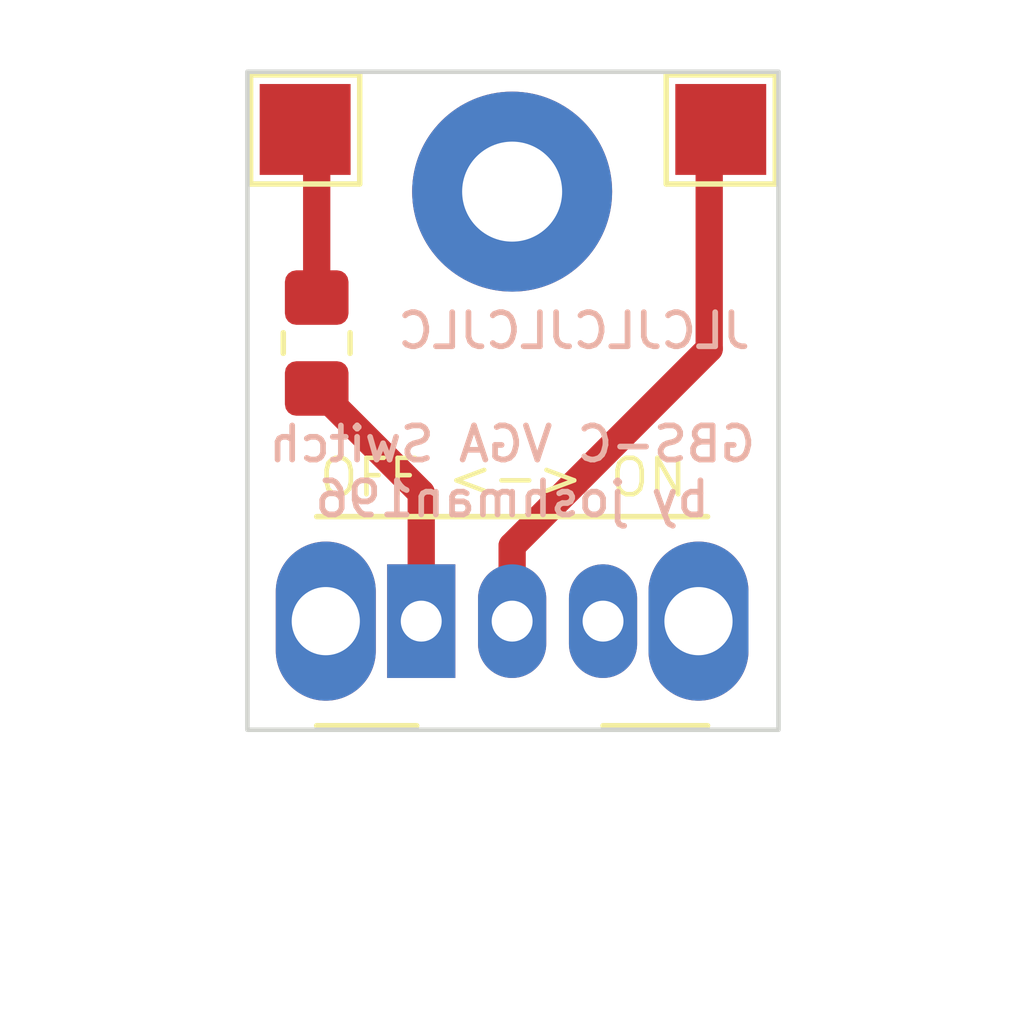
<source format=kicad_pcb>
(kicad_pcb (version 20241229) (generator "pcbnew") (generator_version "9.0")
  (layers (0 "F.Cu" signal) (2 "B.Cu" signal) (13 "F.Paste" user) (15 "B.Paste" user) (5 "F.SilkS" user "F.Silkscreen") (7 "B.SilkS" user "B.Silkscreen") (1 "F.Mask" user) (3 "B.Mask" user) (25 "Edge.Cuts" user))
  (net 0 "")
  (net 1 "Net-(J1-Pin_1)")
  (net 2 "Net-(J2-Pin_1)")
  (net 3 "Net-(SW1-A)")
  (footprint "Button_Switch_THT:SW_Slide_SPDT_Angled_CK_OS102011MA1Q" (layer "F.Cu") (at 135.65 101.75)
    (property "Reference" "SW1" (hide yes))
    (property "Value" "SW_SPDT")
    (fp_line (start -2.3 -2.3) (end 6.3 -2.3) (stroke (width 0.12)) (layer "F.SilkS"))
    (fp_line (start -2.3 2.3) (end -0.1 2.3) (stroke (width 0.12)) (layer "F.SilkS"))
    (fp_line (start 4 2.3) (end 6.3 2.3) (stroke (width 0.12)) (layer "F.SilkS"))
    (pad "" thru_hole oval (at -2.1 0) (size 2.2 3.5) (drill 1.5) (layers "*.Cu" "*.Mask"))
    (pad "" thru_hole oval (at 6.1 0) (size 2.2 3.5) (drill 1.5) (layers "*.Cu" "*.Mask"))
    (pad "1" thru_hole rect (at 0 0) (size 1.5 2.5) (drill 0.9) (layers "*.Cu" "*.Mask") (net 3 "Net-(SW1-A)"))
    (pad "2" thru_hole oval (at 2 0) (size 1.5 2.5) (drill 0.9) (layers "*.Cu" "*.Mask") (net 1 "Net-(J1-Pin_1)"))
    (pad "3" thru_hole oval (at 4 0) (size 1.5 2.5) (drill 0.9) (layers "*.Cu" "*.Mask"))
  )
  (footprint "TestPoint:TestPoint_Pad_2.0x2.0mm" (layer "F.Cu") (at 142.24 90.932)
    (property "Reference" "J1" (hide yes))
    (property "Value" "2")
    (fp_line (start -1.2 -1.2) (end 1.2 -1.2) (stroke (width 0.12)) (layer "F.SilkS"))
    (fp_line (start -1.2 1.2) (end -1.2 -1.2) (stroke (width 0.12)) (layer "F.SilkS"))
    (fp_line (start 1.2 -1.2) (end 1.2 1.2) (stroke (width 0.12)) (layer "F.SilkS"))
    (fp_line (start 1.2 1.2) (end -1.2 1.2) (stroke (width 0.12)) (layer "F.SilkS"))
    (pad "1" smd rect (at 0 0) (size 2 2) (layers "F.Cu" "F.Mask") (net 1 "Net-(J1-Pin_1)"))
  )
  (footprint "TestPoint:TestPoint_Pad_2.0x2.0mm" (layer "F.Cu") (at 133.096 90.932)
    (property "Reference" "J2" (hide yes))
    (property "Value" "1")
    (fp_line (start -1.2 -1.2) (end 1.2 -1.2) (stroke (width 0.12)) (layer "F.SilkS"))
    (fp_line (start -1.2 1.2) (end -1.2 -1.2) (stroke (width 0.12)) (layer "F.SilkS"))
    (fp_line (start 1.2 -1.2) (end 1.2 1.2) (stroke (width 0.12)) (layer "F.SilkS"))
    (fp_line (start 1.2 1.2) (end -1.2 1.2) (stroke (width 0.12)) (layer "F.SilkS"))
    (pad "1" smd rect (at 0 0) (size 2 2) (layers "F.Cu" "F.Mask") (net 2 "Net-(J2-Pin_1)"))
  )
  (footprint "Resistor_SMD:R_0805_2012Metric_Pad1.20x1.40mm_HandSolder" (layer "F.Cu") (at 133.35 95.631 -90)
    (property "Reference" "R1" (hide yes))
    (property "Value" "100R")
    (fp_line (start -0.227064 0.735) (end 0.227064 0.735) (stroke (width 0.12)) (layer "F.SilkS"))
    (fp_line (start -0.227064 -0.735) (end 0.227064 -0.735) (stroke (width 0.12)) (layer "F.SilkS"))
    (pad "1" smd roundrect (at -1 0 270) (size 1.2 1.4) (layers "F.Cu" "F.Mask" "F.Paste") (roundrect_rratio 0.2083333333) (net 2 "Net-(J2-Pin_1)"))
    (pad "2" smd roundrect (at 1 0 270) (size 1.2 1.4) (layers "F.Cu" "F.Mask" "F.Paste") (roundrect_rratio 0.2083333333) (net 3 "Net-(SW1-A)"))
  )
  (footprint "MountingHole:MountingHole_2.2mm_M2_Pad" (layer "F.Cu") (at 137.65 92.3)
    (property "Reference" "REF**" (hide yes))
    (property "Value" "MountingHole_2.2mm_M2_Pad")
    (pad "1" thru_hole circle (at 0 0) (size 4.4 4.4) (drill 2.2) (layers "*.Cu" "*.Mask"))
  )
  (gr_rect (start 131.826 89.662) (end 143.51 104.14) (stroke (width 0.1)) (fill no) (layer "Edge.Cuts"))
  (gr_text "OFF <-> ON" (at 133.35 99.06 0) (layer "F.SilkS") (effects (font (size 0.8 0.8) (thickness 0.1)) (justify left bottom)))
  (gr_text "GBS-C VGA Switch\nby joshman196" (at 137.65 99.5 0) (layer "B.SilkS") (effects (font (size 0.75 0.75) (thickness 0.125) (bold yes)) (justify bottom mirror)))
  (gr_text "JLCJLCJLCJLC" (at 142.95 95.8 0) (layer "B.SilkS") (effects (font (size 0.75 0.75) (thickness 0.125)) (justify left bottom mirror)))
  (segment (start 141.986 95.758) (end 141.986 91.186) (width 0.6) (layer "F.Cu") (net 1))
  (segment (start 137.65 100.094) (end 141.986 95.758) (width 0.6) (layer "F.Cu") (net 1))
  (segment (start 137.668 101.6) (end 137.65 101.582) (width 0.6) (layer "F.Cu") (net 1))
  (segment (start 137.65 101.582) (end 137.65 100.094) (width 0.6) (layer "F.Cu") (net 1))
  (segment (start 133.35 94.631) (end 133.35 91.186) (width 0.6) (layer "F.Cu") (net 2))
  (segment (start 135.65 98.931) (end 133.35 96.631) (width 0.6) (layer "F.Cu") (net 3))
  (segment (start 135.65 101.75) (end 135.65 98.931) (width 0.6) (layer "F.Cu") (net 3))
)
</source>
